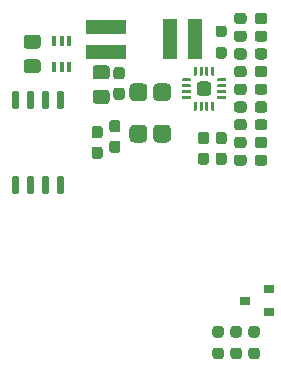
<source format=gbr>
G04 #@! TF.GenerationSoftware,KiCad,Pcbnew,(5.1.9)-1*
G04 #@! TF.CreationDate,2021-12-18T13:55:14+01:00*
G04 #@! TF.ProjectId,Omamori,4f6d616d-6f72-4692-9e6b-696361645f70,rev?*
G04 #@! TF.SameCoordinates,Original*
G04 #@! TF.FileFunction,Paste,Bot*
G04 #@! TF.FilePolarity,Positive*
%FSLAX46Y46*%
G04 Gerber Fmt 4.6, Leading zero omitted, Abs format (unit mm)*
G04 Created by KiCad (PCBNEW (5.1.9)-1) date 2021-12-18 13:55:14*
%MOMM*%
%LPD*%
G01*
G04 APERTURE LIST*
%ADD10R,0.900000X0.800000*%
%ADD11R,3.400000X1.300000*%
%ADD12R,1.300000X3.400000*%
%ADD13R,0.400000X0.900000*%
G04 APERTURE END LIST*
G36*
G01*
X29737500Y-22325000D02*
X30362500Y-22325000D01*
G75*
G02*
X30675000Y-22637500I0J-312500D01*
G01*
X30675000Y-23262500D01*
G75*
G02*
X30362500Y-23575000I-312500J0D01*
G01*
X29737500Y-23575000D01*
G75*
G02*
X29425000Y-23262500I0J312500D01*
G01*
X29425000Y-22637500D01*
G75*
G02*
X29737500Y-22325000I312500J0D01*
G01*
G37*
G36*
G01*
X28237500Y-22075000D02*
X28887500Y-22075000D01*
G75*
G02*
X28950000Y-22137500I0J-62500D01*
G01*
X28950000Y-22262500D01*
G75*
G02*
X28887500Y-22325000I-62500J0D01*
G01*
X28237500Y-22325000D01*
G75*
G02*
X28175000Y-22262500I0J62500D01*
G01*
X28175000Y-22137500D01*
G75*
G02*
X28237500Y-22075000I62500J0D01*
G01*
G37*
G36*
G01*
X28237500Y-22575000D02*
X28887500Y-22575000D01*
G75*
G02*
X28950000Y-22637500I0J-62500D01*
G01*
X28950000Y-22762500D01*
G75*
G02*
X28887500Y-22825000I-62500J0D01*
G01*
X28237500Y-22825000D01*
G75*
G02*
X28175000Y-22762500I0J62500D01*
G01*
X28175000Y-22637500D01*
G75*
G02*
X28237500Y-22575000I62500J0D01*
G01*
G37*
G36*
G01*
X28237500Y-23075000D02*
X28887500Y-23075000D01*
G75*
G02*
X28950000Y-23137500I0J-62500D01*
G01*
X28950000Y-23262500D01*
G75*
G02*
X28887500Y-23325000I-62500J0D01*
G01*
X28237500Y-23325000D01*
G75*
G02*
X28175000Y-23262500I0J62500D01*
G01*
X28175000Y-23137500D01*
G75*
G02*
X28237500Y-23075000I62500J0D01*
G01*
G37*
G36*
G01*
X28237500Y-23575000D02*
X28887500Y-23575000D01*
G75*
G02*
X28950000Y-23637500I0J-62500D01*
G01*
X28950000Y-23762500D01*
G75*
G02*
X28887500Y-23825000I-62500J0D01*
G01*
X28237500Y-23825000D01*
G75*
G02*
X28175000Y-23762500I0J62500D01*
G01*
X28175000Y-23637500D01*
G75*
G02*
X28237500Y-23575000I62500J0D01*
G01*
G37*
G36*
G01*
X29237500Y-24050000D02*
X29362500Y-24050000D01*
G75*
G02*
X29425000Y-24112500I0J-62500D01*
G01*
X29425000Y-24762500D01*
G75*
G02*
X29362500Y-24825000I-62500J0D01*
G01*
X29237500Y-24825000D01*
G75*
G02*
X29175000Y-24762500I0J62500D01*
G01*
X29175000Y-24112500D01*
G75*
G02*
X29237500Y-24050000I62500J0D01*
G01*
G37*
G36*
G01*
X29737500Y-24050000D02*
X29862500Y-24050000D01*
G75*
G02*
X29925000Y-24112500I0J-62500D01*
G01*
X29925000Y-24762500D01*
G75*
G02*
X29862500Y-24825000I-62500J0D01*
G01*
X29737500Y-24825000D01*
G75*
G02*
X29675000Y-24762500I0J62500D01*
G01*
X29675000Y-24112500D01*
G75*
G02*
X29737500Y-24050000I62500J0D01*
G01*
G37*
G36*
G01*
X30237500Y-24050000D02*
X30362500Y-24050000D01*
G75*
G02*
X30425000Y-24112500I0J-62500D01*
G01*
X30425000Y-24762500D01*
G75*
G02*
X30362500Y-24825000I-62500J0D01*
G01*
X30237500Y-24825000D01*
G75*
G02*
X30175000Y-24762500I0J62500D01*
G01*
X30175000Y-24112500D01*
G75*
G02*
X30237500Y-24050000I62500J0D01*
G01*
G37*
G36*
G01*
X30737500Y-24050000D02*
X30862500Y-24050000D01*
G75*
G02*
X30925000Y-24112500I0J-62500D01*
G01*
X30925000Y-24762500D01*
G75*
G02*
X30862500Y-24825000I-62500J0D01*
G01*
X30737500Y-24825000D01*
G75*
G02*
X30675000Y-24762500I0J62500D01*
G01*
X30675000Y-24112500D01*
G75*
G02*
X30737500Y-24050000I62500J0D01*
G01*
G37*
G36*
G01*
X31212500Y-23575000D02*
X31862500Y-23575000D01*
G75*
G02*
X31925000Y-23637500I0J-62500D01*
G01*
X31925000Y-23762500D01*
G75*
G02*
X31862500Y-23825000I-62500J0D01*
G01*
X31212500Y-23825000D01*
G75*
G02*
X31150000Y-23762500I0J62500D01*
G01*
X31150000Y-23637500D01*
G75*
G02*
X31212500Y-23575000I62500J0D01*
G01*
G37*
G36*
G01*
X31212500Y-23075000D02*
X31862500Y-23075000D01*
G75*
G02*
X31925000Y-23137500I0J-62500D01*
G01*
X31925000Y-23262500D01*
G75*
G02*
X31862500Y-23325000I-62500J0D01*
G01*
X31212500Y-23325000D01*
G75*
G02*
X31150000Y-23262500I0J62500D01*
G01*
X31150000Y-23137500D01*
G75*
G02*
X31212500Y-23075000I62500J0D01*
G01*
G37*
G36*
G01*
X31212500Y-22575000D02*
X31862500Y-22575000D01*
G75*
G02*
X31925000Y-22637500I0J-62500D01*
G01*
X31925000Y-22762500D01*
G75*
G02*
X31862500Y-22825000I-62500J0D01*
G01*
X31212500Y-22825000D01*
G75*
G02*
X31150000Y-22762500I0J62500D01*
G01*
X31150000Y-22637500D01*
G75*
G02*
X31212500Y-22575000I62500J0D01*
G01*
G37*
G36*
G01*
X31212500Y-22075000D02*
X31862500Y-22075000D01*
G75*
G02*
X31925000Y-22137500I0J-62500D01*
G01*
X31925000Y-22262500D01*
G75*
G02*
X31862500Y-22325000I-62500J0D01*
G01*
X31212500Y-22325000D01*
G75*
G02*
X31150000Y-22262500I0J62500D01*
G01*
X31150000Y-22137500D01*
G75*
G02*
X31212500Y-22075000I62500J0D01*
G01*
G37*
G36*
G01*
X30737500Y-21075000D02*
X30862500Y-21075000D01*
G75*
G02*
X30925000Y-21137500I0J-62500D01*
G01*
X30925000Y-21787500D01*
G75*
G02*
X30862500Y-21850000I-62500J0D01*
G01*
X30737500Y-21850000D01*
G75*
G02*
X30675000Y-21787500I0J62500D01*
G01*
X30675000Y-21137500D01*
G75*
G02*
X30737500Y-21075000I62500J0D01*
G01*
G37*
G36*
G01*
X30237500Y-21075000D02*
X30362500Y-21075000D01*
G75*
G02*
X30425000Y-21137500I0J-62500D01*
G01*
X30425000Y-21787500D01*
G75*
G02*
X30362500Y-21850000I-62500J0D01*
G01*
X30237500Y-21850000D01*
G75*
G02*
X30175000Y-21787500I0J62500D01*
G01*
X30175000Y-21137500D01*
G75*
G02*
X30237500Y-21075000I62500J0D01*
G01*
G37*
G36*
G01*
X29737500Y-21075000D02*
X29862500Y-21075000D01*
G75*
G02*
X29925000Y-21137500I0J-62500D01*
G01*
X29925000Y-21787500D01*
G75*
G02*
X29862500Y-21850000I-62500J0D01*
G01*
X29737500Y-21850000D01*
G75*
G02*
X29675000Y-21787500I0J62500D01*
G01*
X29675000Y-21137500D01*
G75*
G02*
X29737500Y-21075000I62500J0D01*
G01*
G37*
G36*
G01*
X29237500Y-21075000D02*
X29362500Y-21075000D01*
G75*
G02*
X29425000Y-21137500I0J-62500D01*
G01*
X29425000Y-21787500D01*
G75*
G02*
X29362500Y-21850000I-62500J0D01*
G01*
X29237500Y-21850000D01*
G75*
G02*
X29175000Y-21787500I0J62500D01*
G01*
X29175000Y-21137500D01*
G75*
G02*
X29237500Y-21075000I62500J0D01*
G01*
G37*
G36*
G01*
X31004500Y-44875000D02*
X31479500Y-44875000D01*
G75*
G02*
X31717000Y-45112500I0J-237500D01*
G01*
X31717000Y-45612500D01*
G75*
G02*
X31479500Y-45850000I-237500J0D01*
G01*
X31004500Y-45850000D01*
G75*
G02*
X30767000Y-45612500I0J237500D01*
G01*
X30767000Y-45112500D01*
G75*
G02*
X31004500Y-44875000I237500J0D01*
G01*
G37*
G36*
G01*
X31004500Y-43050000D02*
X31479500Y-43050000D01*
G75*
G02*
X31717000Y-43287500I0J-237500D01*
G01*
X31717000Y-43787500D01*
G75*
G02*
X31479500Y-44025000I-237500J0D01*
G01*
X31004500Y-44025000D01*
G75*
G02*
X30767000Y-43787500I0J237500D01*
G01*
X30767000Y-43287500D01*
G75*
G02*
X31004500Y-43050000I237500J0D01*
G01*
G37*
G36*
G01*
X33003500Y-44025000D02*
X32528500Y-44025000D01*
G75*
G02*
X32291000Y-43787500I0J237500D01*
G01*
X32291000Y-43287500D01*
G75*
G02*
X32528500Y-43050000I237500J0D01*
G01*
X33003500Y-43050000D01*
G75*
G02*
X33241000Y-43287500I0J-237500D01*
G01*
X33241000Y-43787500D01*
G75*
G02*
X33003500Y-44025000I-237500J0D01*
G01*
G37*
G36*
G01*
X33003500Y-45850000D02*
X32528500Y-45850000D01*
G75*
G02*
X32291000Y-45612500I0J237500D01*
G01*
X32291000Y-45112500D01*
G75*
G02*
X32528500Y-44875000I237500J0D01*
G01*
X33003500Y-44875000D01*
G75*
G02*
X33241000Y-45112500I0J-237500D01*
G01*
X33241000Y-45612500D01*
G75*
G02*
X33003500Y-45850000I-237500J0D01*
G01*
G37*
G36*
G01*
X34527500Y-44025000D02*
X34052500Y-44025000D01*
G75*
G02*
X33815000Y-43787500I0J237500D01*
G01*
X33815000Y-43287500D01*
G75*
G02*
X34052500Y-43050000I237500J0D01*
G01*
X34527500Y-43050000D01*
G75*
G02*
X34765000Y-43287500I0J-237500D01*
G01*
X34765000Y-43787500D01*
G75*
G02*
X34527500Y-44025000I-237500J0D01*
G01*
G37*
G36*
G01*
X34527500Y-45850000D02*
X34052500Y-45850000D01*
G75*
G02*
X33815000Y-45612500I0J237500D01*
G01*
X33815000Y-45112500D01*
G75*
G02*
X34052500Y-44875000I237500J0D01*
G01*
X34527500Y-44875000D01*
G75*
G02*
X34765000Y-45112500I0J-237500D01*
G01*
X34765000Y-45612500D01*
G75*
G02*
X34527500Y-45850000I-237500J0D01*
G01*
G37*
D10*
X33544000Y-40894000D03*
X35544000Y-41844000D03*
X35544000Y-39944000D03*
G36*
G01*
X13945000Y-30300000D02*
X14245000Y-30300000D01*
G75*
G02*
X14395000Y-30450000I0J-150000D01*
G01*
X14395000Y-31750000D01*
G75*
G02*
X14245000Y-31900000I-150000J0D01*
G01*
X13945000Y-31900000D01*
G75*
G02*
X13795000Y-31750000I0J150000D01*
G01*
X13795000Y-30450000D01*
G75*
G02*
X13945000Y-30300000I150000J0D01*
G01*
G37*
G36*
G01*
X15215000Y-30300000D02*
X15515000Y-30300000D01*
G75*
G02*
X15665000Y-30450000I0J-150000D01*
G01*
X15665000Y-31750000D01*
G75*
G02*
X15515000Y-31900000I-150000J0D01*
G01*
X15215000Y-31900000D01*
G75*
G02*
X15065000Y-31750000I0J150000D01*
G01*
X15065000Y-30450000D01*
G75*
G02*
X15215000Y-30300000I150000J0D01*
G01*
G37*
G36*
G01*
X16485000Y-30300000D02*
X16785000Y-30300000D01*
G75*
G02*
X16935000Y-30450000I0J-150000D01*
G01*
X16935000Y-31750000D01*
G75*
G02*
X16785000Y-31900000I-150000J0D01*
G01*
X16485000Y-31900000D01*
G75*
G02*
X16335000Y-31750000I0J150000D01*
G01*
X16335000Y-30450000D01*
G75*
G02*
X16485000Y-30300000I150000J0D01*
G01*
G37*
G36*
G01*
X17755000Y-30300000D02*
X18055000Y-30300000D01*
G75*
G02*
X18205000Y-30450000I0J-150000D01*
G01*
X18205000Y-31750000D01*
G75*
G02*
X18055000Y-31900000I-150000J0D01*
G01*
X17755000Y-31900000D01*
G75*
G02*
X17605000Y-31750000I0J150000D01*
G01*
X17605000Y-30450000D01*
G75*
G02*
X17755000Y-30300000I150000J0D01*
G01*
G37*
G36*
G01*
X17755000Y-23100000D02*
X18055000Y-23100000D01*
G75*
G02*
X18205000Y-23250000I0J-150000D01*
G01*
X18205000Y-24550000D01*
G75*
G02*
X18055000Y-24700000I-150000J0D01*
G01*
X17755000Y-24700000D01*
G75*
G02*
X17605000Y-24550000I0J150000D01*
G01*
X17605000Y-23250000D01*
G75*
G02*
X17755000Y-23100000I150000J0D01*
G01*
G37*
G36*
G01*
X16485000Y-23100000D02*
X16785000Y-23100000D01*
G75*
G02*
X16935000Y-23250000I0J-150000D01*
G01*
X16935000Y-24550000D01*
G75*
G02*
X16785000Y-24700000I-150000J0D01*
G01*
X16485000Y-24700000D01*
G75*
G02*
X16335000Y-24550000I0J150000D01*
G01*
X16335000Y-23250000D01*
G75*
G02*
X16485000Y-23100000I150000J0D01*
G01*
G37*
G36*
G01*
X15215000Y-23100000D02*
X15515000Y-23100000D01*
G75*
G02*
X15665000Y-23250000I0J-150000D01*
G01*
X15665000Y-24550000D01*
G75*
G02*
X15515000Y-24700000I-150000J0D01*
G01*
X15215000Y-24700000D01*
G75*
G02*
X15065000Y-24550000I0J150000D01*
G01*
X15065000Y-23250000D01*
G75*
G02*
X15215000Y-23100000I150000J0D01*
G01*
G37*
G36*
G01*
X13945000Y-23100000D02*
X14245000Y-23100000D01*
G75*
G02*
X14395000Y-23250000I0J-150000D01*
G01*
X14395000Y-24550000D01*
G75*
G02*
X14245000Y-24700000I-150000J0D01*
G01*
X13945000Y-24700000D01*
G75*
G02*
X13795000Y-24550000I0J150000D01*
G01*
X13795000Y-23250000D01*
G75*
G02*
X13945000Y-23100000I150000J0D01*
G01*
G37*
G36*
G01*
X20861000Y-23056000D02*
X21811000Y-23056000D01*
G75*
G02*
X22061000Y-23306000I0J-250000D01*
G01*
X22061000Y-23981000D01*
G75*
G02*
X21811000Y-24231000I-250000J0D01*
G01*
X20861000Y-24231000D01*
G75*
G02*
X20611000Y-23981000I0J250000D01*
G01*
X20611000Y-23306000D01*
G75*
G02*
X20861000Y-23056000I250000J0D01*
G01*
G37*
G36*
G01*
X20861000Y-20981000D02*
X21811000Y-20981000D01*
G75*
G02*
X22061000Y-21231000I0J-250000D01*
G01*
X22061000Y-21906000D01*
G75*
G02*
X21811000Y-22156000I-250000J0D01*
G01*
X20861000Y-22156000D01*
G75*
G02*
X20611000Y-21906000I0J250000D01*
G01*
X20611000Y-21231000D01*
G75*
G02*
X20861000Y-20981000I250000J0D01*
G01*
G37*
G36*
G01*
X15025000Y-20450000D02*
X15975000Y-20450000D01*
G75*
G02*
X16225000Y-20700000I0J-250000D01*
G01*
X16225000Y-21375000D01*
G75*
G02*
X15975000Y-21625000I-250000J0D01*
G01*
X15025000Y-21625000D01*
G75*
G02*
X14775000Y-21375000I0J250000D01*
G01*
X14775000Y-20700000D01*
G75*
G02*
X15025000Y-20450000I250000J0D01*
G01*
G37*
G36*
G01*
X15025000Y-18375000D02*
X15975000Y-18375000D01*
G75*
G02*
X16225000Y-18625000I0J-250000D01*
G01*
X16225000Y-19300000D01*
G75*
G02*
X15975000Y-19550000I-250000J0D01*
G01*
X15025000Y-19550000D01*
G75*
G02*
X14775000Y-19300000I0J250000D01*
G01*
X14775000Y-18625000D01*
G75*
G02*
X15025000Y-18375000I250000J0D01*
G01*
G37*
G36*
G01*
X33650000Y-16762500D02*
X33650000Y-17237500D01*
G75*
G02*
X33412500Y-17475000I-237500J0D01*
G01*
X32837500Y-17475000D01*
G75*
G02*
X32600000Y-17237500I0J237500D01*
G01*
X32600000Y-16762500D01*
G75*
G02*
X32837500Y-16525000I237500J0D01*
G01*
X33412500Y-16525000D01*
G75*
G02*
X33650000Y-16762500I0J-237500D01*
G01*
G37*
G36*
G01*
X35400000Y-16762500D02*
X35400000Y-17237500D01*
G75*
G02*
X35162500Y-17475000I-237500J0D01*
G01*
X34587500Y-17475000D01*
G75*
G02*
X34350000Y-17237500I0J237500D01*
G01*
X34350000Y-16762500D01*
G75*
G02*
X34587500Y-16525000I237500J0D01*
G01*
X35162500Y-16525000D01*
G75*
G02*
X35400000Y-16762500I0J-237500D01*
G01*
G37*
G36*
G01*
X31737500Y-18575000D02*
X31262500Y-18575000D01*
G75*
G02*
X31025000Y-18337500I0J237500D01*
G01*
X31025000Y-17837500D01*
G75*
G02*
X31262500Y-17600000I237500J0D01*
G01*
X31737500Y-17600000D01*
G75*
G02*
X31975000Y-17837500I0J-237500D01*
G01*
X31975000Y-18337500D01*
G75*
G02*
X31737500Y-18575000I-237500J0D01*
G01*
G37*
G36*
G01*
X31737500Y-20400000D02*
X31262500Y-20400000D01*
G75*
G02*
X31025000Y-20162500I0J237500D01*
G01*
X31025000Y-19662500D01*
G75*
G02*
X31262500Y-19425000I237500J0D01*
G01*
X31737500Y-19425000D01*
G75*
G02*
X31975000Y-19662500I0J-237500D01*
G01*
X31975000Y-20162500D01*
G75*
G02*
X31737500Y-20400000I-237500J0D01*
G01*
G37*
G36*
G01*
X26119000Y-22488000D02*
X26881000Y-22488000D01*
G75*
G02*
X27262000Y-22869000I0J-381000D01*
G01*
X27262000Y-23631000D01*
G75*
G02*
X26881000Y-24012000I-381000J0D01*
G01*
X26119000Y-24012000D01*
G75*
G02*
X25738000Y-23631000I0J381000D01*
G01*
X25738000Y-22869000D01*
G75*
G02*
X26119000Y-22488000I381000J0D01*
G01*
G37*
G36*
G01*
X24119000Y-22488000D02*
X24881000Y-22488000D01*
G75*
G02*
X25262000Y-22869000I0J-381000D01*
G01*
X25262000Y-23631000D01*
G75*
G02*
X24881000Y-24012000I-381000J0D01*
G01*
X24119000Y-24012000D01*
G75*
G02*
X23738000Y-23631000I0J381000D01*
G01*
X23738000Y-22869000D01*
G75*
G02*
X24119000Y-22488000I381000J0D01*
G01*
G37*
G36*
G01*
X24119000Y-25988000D02*
X24881000Y-25988000D01*
G75*
G02*
X25262000Y-26369000I0J-381000D01*
G01*
X25262000Y-27131000D01*
G75*
G02*
X24881000Y-27512000I-381000J0D01*
G01*
X24119000Y-27512000D01*
G75*
G02*
X23738000Y-27131000I0J381000D01*
G01*
X23738000Y-26369000D01*
G75*
G02*
X24119000Y-25988000I381000J0D01*
G01*
G37*
G36*
G01*
X26119000Y-25988000D02*
X26881000Y-25988000D01*
G75*
G02*
X27262000Y-26369000I0J-381000D01*
G01*
X27262000Y-27131000D01*
G75*
G02*
X26881000Y-27512000I-381000J0D01*
G01*
X26119000Y-27512000D01*
G75*
G02*
X25738000Y-27131000I0J381000D01*
G01*
X25738000Y-26369000D01*
G75*
G02*
X26119000Y-25988000I381000J0D01*
G01*
G37*
D11*
X21750000Y-17700000D03*
X21750000Y-19800000D03*
D12*
X27200000Y-18750000D03*
X29300000Y-18750000D03*
G36*
G01*
X33650000Y-19762500D02*
X33650000Y-20237500D01*
G75*
G02*
X33412500Y-20475000I-237500J0D01*
G01*
X32837500Y-20475000D01*
G75*
G02*
X32600000Y-20237500I0J237500D01*
G01*
X32600000Y-19762500D01*
G75*
G02*
X32837500Y-19525000I237500J0D01*
G01*
X33412500Y-19525000D01*
G75*
G02*
X33650000Y-19762500I0J-237500D01*
G01*
G37*
G36*
G01*
X35400000Y-19762500D02*
X35400000Y-20237500D01*
G75*
G02*
X35162500Y-20475000I-237500J0D01*
G01*
X34587500Y-20475000D01*
G75*
G02*
X34350000Y-20237500I0J237500D01*
G01*
X34350000Y-19762500D01*
G75*
G02*
X34587500Y-19525000I237500J0D01*
G01*
X35162500Y-19525000D01*
G75*
G02*
X35400000Y-19762500I0J-237500D01*
G01*
G37*
D13*
X18650000Y-18900000D03*
X17350000Y-18900000D03*
X18000000Y-21100000D03*
X18000000Y-18900000D03*
X17350000Y-21100000D03*
X18650000Y-21100000D03*
G36*
G01*
X34350000Y-23237500D02*
X34350000Y-22762500D01*
G75*
G02*
X34587500Y-22525000I237500J0D01*
G01*
X35162500Y-22525000D01*
G75*
G02*
X35400000Y-22762500I0J-237500D01*
G01*
X35400000Y-23237500D01*
G75*
G02*
X35162500Y-23475000I-237500J0D01*
G01*
X34587500Y-23475000D01*
G75*
G02*
X34350000Y-23237500I0J237500D01*
G01*
G37*
G36*
G01*
X32600000Y-23237500D02*
X32600000Y-22762500D01*
G75*
G02*
X32837500Y-22525000I237500J0D01*
G01*
X33412500Y-22525000D01*
G75*
G02*
X33650000Y-22762500I0J-237500D01*
G01*
X33650000Y-23237500D01*
G75*
G02*
X33412500Y-23475000I-237500J0D01*
G01*
X32837500Y-23475000D01*
G75*
G02*
X32600000Y-23237500I0J237500D01*
G01*
G37*
G36*
G01*
X34350000Y-27737500D02*
X34350000Y-27262500D01*
G75*
G02*
X34587500Y-27025000I237500J0D01*
G01*
X35162500Y-27025000D01*
G75*
G02*
X35400000Y-27262500I0J-237500D01*
G01*
X35400000Y-27737500D01*
G75*
G02*
X35162500Y-27975000I-237500J0D01*
G01*
X34587500Y-27975000D01*
G75*
G02*
X34350000Y-27737500I0J237500D01*
G01*
G37*
G36*
G01*
X32600000Y-27737500D02*
X32600000Y-27262500D01*
G75*
G02*
X32837500Y-27025000I237500J0D01*
G01*
X33412500Y-27025000D01*
G75*
G02*
X33650000Y-27262500I0J-237500D01*
G01*
X33650000Y-27737500D01*
G75*
G02*
X33412500Y-27975000I-237500J0D01*
G01*
X32837500Y-27975000D01*
G75*
G02*
X32600000Y-27737500I0J237500D01*
G01*
G37*
G36*
G01*
X33650000Y-25762500D02*
X33650000Y-26237500D01*
G75*
G02*
X33412500Y-26475000I-237500J0D01*
G01*
X32837500Y-26475000D01*
G75*
G02*
X32600000Y-26237500I0J237500D01*
G01*
X32600000Y-25762500D01*
G75*
G02*
X32837500Y-25525000I237500J0D01*
G01*
X33412500Y-25525000D01*
G75*
G02*
X33650000Y-25762500I0J-237500D01*
G01*
G37*
G36*
G01*
X35400000Y-25762500D02*
X35400000Y-26237500D01*
G75*
G02*
X35162500Y-26475000I-237500J0D01*
G01*
X34587500Y-26475000D01*
G75*
G02*
X34350000Y-26237500I0J237500D01*
G01*
X34350000Y-25762500D01*
G75*
G02*
X34587500Y-25525000I237500J0D01*
G01*
X35162500Y-25525000D01*
G75*
G02*
X35400000Y-25762500I0J-237500D01*
G01*
G37*
G36*
G01*
X34350000Y-24737500D02*
X34350000Y-24262500D01*
G75*
G02*
X34587500Y-24025000I237500J0D01*
G01*
X35162500Y-24025000D01*
G75*
G02*
X35400000Y-24262500I0J-237500D01*
G01*
X35400000Y-24737500D01*
G75*
G02*
X35162500Y-24975000I-237500J0D01*
G01*
X34587500Y-24975000D01*
G75*
G02*
X34350000Y-24737500I0J237500D01*
G01*
G37*
G36*
G01*
X32600000Y-24737500D02*
X32600000Y-24262500D01*
G75*
G02*
X32837500Y-24025000I237500J0D01*
G01*
X33412500Y-24025000D01*
G75*
G02*
X33650000Y-24262500I0J-237500D01*
G01*
X33650000Y-24737500D01*
G75*
G02*
X33412500Y-24975000I-237500J0D01*
G01*
X32837500Y-24975000D01*
G75*
G02*
X32600000Y-24737500I0J237500D01*
G01*
G37*
G36*
G01*
X29762500Y-28350000D02*
X30237500Y-28350000D01*
G75*
G02*
X30475000Y-28587500I0J-237500D01*
G01*
X30475000Y-29162500D01*
G75*
G02*
X30237500Y-29400000I-237500J0D01*
G01*
X29762500Y-29400000D01*
G75*
G02*
X29525000Y-29162500I0J237500D01*
G01*
X29525000Y-28587500D01*
G75*
G02*
X29762500Y-28350000I237500J0D01*
G01*
G37*
G36*
G01*
X29762500Y-26600000D02*
X30237500Y-26600000D01*
G75*
G02*
X30475000Y-26837500I0J-237500D01*
G01*
X30475000Y-27412500D01*
G75*
G02*
X30237500Y-27650000I-237500J0D01*
G01*
X29762500Y-27650000D01*
G75*
G02*
X29525000Y-27412500I0J237500D01*
G01*
X29525000Y-26837500D01*
G75*
G02*
X29762500Y-26600000I237500J0D01*
G01*
G37*
G36*
G01*
X31262500Y-28350000D02*
X31737500Y-28350000D01*
G75*
G02*
X31975000Y-28587500I0J-237500D01*
G01*
X31975000Y-29162500D01*
G75*
G02*
X31737500Y-29400000I-237500J0D01*
G01*
X31262500Y-29400000D01*
G75*
G02*
X31025000Y-29162500I0J237500D01*
G01*
X31025000Y-28587500D01*
G75*
G02*
X31262500Y-28350000I237500J0D01*
G01*
G37*
G36*
G01*
X31262500Y-26600000D02*
X31737500Y-26600000D01*
G75*
G02*
X31975000Y-26837500I0J-237500D01*
G01*
X31975000Y-27412500D01*
G75*
G02*
X31737500Y-27650000I-237500J0D01*
G01*
X31262500Y-27650000D01*
G75*
G02*
X31025000Y-27412500I0J237500D01*
G01*
X31025000Y-26837500D01*
G75*
G02*
X31262500Y-26600000I237500J0D01*
G01*
G37*
G36*
G01*
X33650000Y-28762500D02*
X33650000Y-29237500D01*
G75*
G02*
X33412500Y-29475000I-237500J0D01*
G01*
X32837500Y-29475000D01*
G75*
G02*
X32600000Y-29237500I0J237500D01*
G01*
X32600000Y-28762500D01*
G75*
G02*
X32837500Y-28525000I237500J0D01*
G01*
X33412500Y-28525000D01*
G75*
G02*
X33650000Y-28762500I0J-237500D01*
G01*
G37*
G36*
G01*
X35400000Y-28762500D02*
X35400000Y-29237500D01*
G75*
G02*
X35162500Y-29475000I-237500J0D01*
G01*
X34587500Y-29475000D01*
G75*
G02*
X34350000Y-29237500I0J237500D01*
G01*
X34350000Y-28762500D01*
G75*
G02*
X34587500Y-28525000I237500J0D01*
G01*
X35162500Y-28525000D01*
G75*
G02*
X35400000Y-28762500I0J-237500D01*
G01*
G37*
G36*
G01*
X22737500Y-26650000D02*
X22262500Y-26650000D01*
G75*
G02*
X22025000Y-26412500I0J237500D01*
G01*
X22025000Y-25837500D01*
G75*
G02*
X22262500Y-25600000I237500J0D01*
G01*
X22737500Y-25600000D01*
G75*
G02*
X22975000Y-25837500I0J-237500D01*
G01*
X22975000Y-26412500D01*
G75*
G02*
X22737500Y-26650000I-237500J0D01*
G01*
G37*
G36*
G01*
X22737500Y-28400000D02*
X22262500Y-28400000D01*
G75*
G02*
X22025000Y-28162500I0J237500D01*
G01*
X22025000Y-27587500D01*
G75*
G02*
X22262500Y-27350000I237500J0D01*
G01*
X22737500Y-27350000D01*
G75*
G02*
X22975000Y-27587500I0J-237500D01*
G01*
X22975000Y-28162500D01*
G75*
G02*
X22737500Y-28400000I-237500J0D01*
G01*
G37*
G36*
G01*
X34350000Y-21737500D02*
X34350000Y-21262500D01*
G75*
G02*
X34587500Y-21025000I237500J0D01*
G01*
X35162500Y-21025000D01*
G75*
G02*
X35400000Y-21262500I0J-237500D01*
G01*
X35400000Y-21737500D01*
G75*
G02*
X35162500Y-21975000I-237500J0D01*
G01*
X34587500Y-21975000D01*
G75*
G02*
X34350000Y-21737500I0J237500D01*
G01*
G37*
G36*
G01*
X32600000Y-21737500D02*
X32600000Y-21262500D01*
G75*
G02*
X32837500Y-21025000I237500J0D01*
G01*
X33412500Y-21025000D01*
G75*
G02*
X33650000Y-21262500I0J-237500D01*
G01*
X33650000Y-21737500D01*
G75*
G02*
X33412500Y-21975000I-237500J0D01*
G01*
X32837500Y-21975000D01*
G75*
G02*
X32600000Y-21737500I0J237500D01*
G01*
G37*
G36*
G01*
X21237500Y-27150000D02*
X20762500Y-27150000D01*
G75*
G02*
X20525000Y-26912500I0J237500D01*
G01*
X20525000Y-26337500D01*
G75*
G02*
X20762500Y-26100000I237500J0D01*
G01*
X21237500Y-26100000D01*
G75*
G02*
X21475000Y-26337500I0J-237500D01*
G01*
X21475000Y-26912500D01*
G75*
G02*
X21237500Y-27150000I-237500J0D01*
G01*
G37*
G36*
G01*
X21237500Y-28900000D02*
X20762500Y-28900000D01*
G75*
G02*
X20525000Y-28662500I0J237500D01*
G01*
X20525000Y-28087500D01*
G75*
G02*
X20762500Y-27850000I237500J0D01*
G01*
X21237500Y-27850000D01*
G75*
G02*
X21475000Y-28087500I0J-237500D01*
G01*
X21475000Y-28662500D01*
G75*
G02*
X21237500Y-28900000I-237500J0D01*
G01*
G37*
G36*
G01*
X34350000Y-18737500D02*
X34350000Y-18262500D01*
G75*
G02*
X34587500Y-18025000I237500J0D01*
G01*
X35162500Y-18025000D01*
G75*
G02*
X35400000Y-18262500I0J-237500D01*
G01*
X35400000Y-18737500D01*
G75*
G02*
X35162500Y-18975000I-237500J0D01*
G01*
X34587500Y-18975000D01*
G75*
G02*
X34350000Y-18737500I0J237500D01*
G01*
G37*
G36*
G01*
X32600000Y-18737500D02*
X32600000Y-18262500D01*
G75*
G02*
X32837500Y-18025000I237500J0D01*
G01*
X33412500Y-18025000D01*
G75*
G02*
X33650000Y-18262500I0J-237500D01*
G01*
X33650000Y-18737500D01*
G75*
G02*
X33412500Y-18975000I-237500J0D01*
G01*
X32837500Y-18975000D01*
G75*
G02*
X32600000Y-18737500I0J237500D01*
G01*
G37*
G36*
G01*
X22622500Y-22850000D02*
X23097500Y-22850000D01*
G75*
G02*
X23335000Y-23087500I0J-237500D01*
G01*
X23335000Y-23662500D01*
G75*
G02*
X23097500Y-23900000I-237500J0D01*
G01*
X22622500Y-23900000D01*
G75*
G02*
X22385000Y-23662500I0J237500D01*
G01*
X22385000Y-23087500D01*
G75*
G02*
X22622500Y-22850000I237500J0D01*
G01*
G37*
G36*
G01*
X22622500Y-21100000D02*
X23097500Y-21100000D01*
G75*
G02*
X23335000Y-21337500I0J-237500D01*
G01*
X23335000Y-21912500D01*
G75*
G02*
X23097500Y-22150000I-237500J0D01*
G01*
X22622500Y-22150000D01*
G75*
G02*
X22385000Y-21912500I0J237500D01*
G01*
X22385000Y-21337500D01*
G75*
G02*
X22622500Y-21100000I237500J0D01*
G01*
G37*
M02*

</source>
